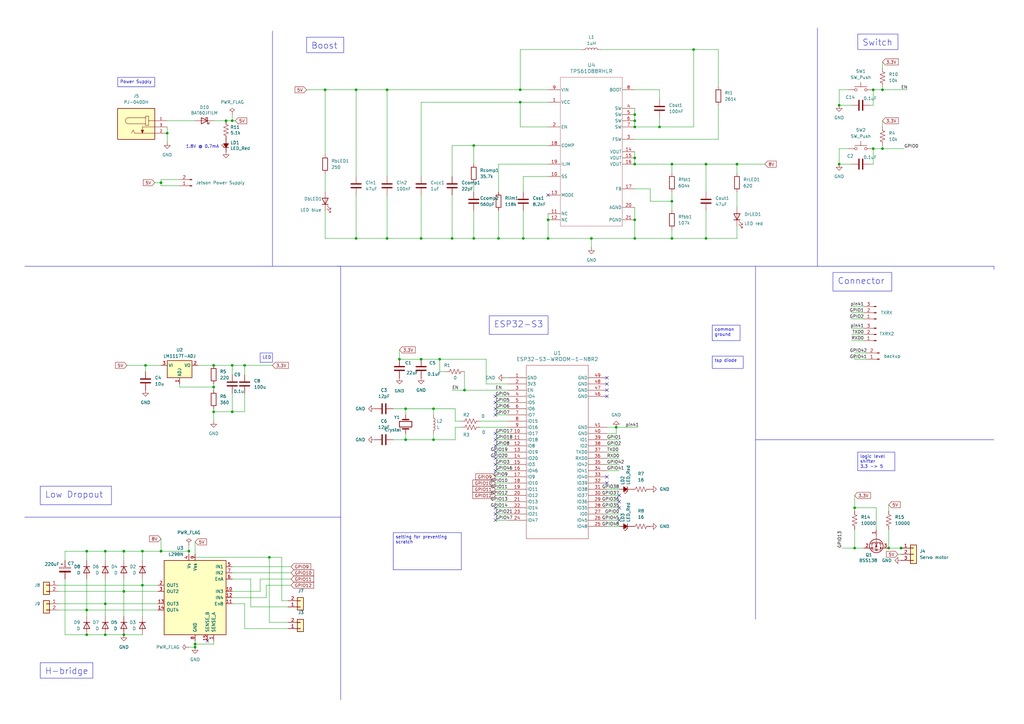
<source format=kicad_sch>
(kicad_sch (version 20231120) (generator "eeschema") (generator_version "8.0")
  (paper "A3")
  (title_block (title "ESP32_S3") (date "2024-09-17") (company "Senior Design - lane wizard"))
  (junction (at 252.73 175.26))
  (junction (at 344.17 43.18))
  (junction (at 344.17 67.31))
  (junction (at 87.63 168.91))
  (junction (at 177.8 180.34))
  (junction (at 43.18 260.35))
  (junction (at 166.37 167.64))
  (junction (at 224.79 90.17))
  (junction (at 224.79 97.79))
  (junction (at 275.59 67.31))
  (junction (at 163.83 147.32))
  (junction (at 260.35 90.17))
  (junction (at 87.63 149.86))
  (junction (at 180.34 147.32))
  (junction (at 66.04 74.93))
  (junction (at 95.25 149.86))
  (junction (at 260.35 64.77))
  (junction (at 194.31 97.79))
  (junction (at 350.52 208.28))
  (junction (at 289.56 97.79))
  (junction (at 358.14 36.83))
  (junction (at 133.35 36.83))
  (junction (at 146.05 97.79))
  (junction (at 158.75 97.79))
  (junction (at 275.59 97.79))
  (junction (at 177.8 167.64))
  (junction (at 68.58 54.61))
  (junction (at 361.95 36.83))
  (junction (at 289.56 67.31))
  (junction (at 260.35 49.53))
  (junction (at 214.63 97.79))
  (junction (at 270.51 52.07))
  (junction (at 194.31 59.69))
  (junction (at 58.42 240.03))
  (junction (at 242.57 97.79))
  (junction (at 92.71 49.53))
  (junction (at 146.05 36.83))
  (junction (at 59.69 149.86))
  (junction (at 158.75 36.83))
  (junction (at 58.42 226.06))
  (junction (at 77.47 226.06))
  (junction (at 275.59 82.55))
  (junction (at 358.14 60.96))
  (junction (at 95.25 168.91))
  (junction (at 35.56 250.19))
  (junction (at 50.8 226.06))
  (junction (at 100.33 149.86))
  (junction (at 80.01 265.43))
  (junction (at 364.49 224.79))
  (junction (at 260.35 46.99))
  (junction (at 213.36 41.91))
  (junction (at 172.72 97.79))
  (junction (at 35.56 226.06))
  (junction (at 190.5 160.02))
  (junction (at 166.37 180.34))
  (junction (at 66.04 226.06))
  (junction (at 302.26 67.31))
  (junction (at 350.52 224.79))
  (junction (at 260.35 97.79))
  (junction (at 260.35 52.07))
  (junction (at 260.35 67.31))
  (junction (at 361.95 60.96))
  (junction (at 204.47 97.79))
  (junction (at 50.8 260.35))
  (junction (at 185.42 97.79))
  (junction (at 213.36 36.83))
  (junction (at 110.49 228.6))
  (junction (at 369.57 224.79))
  (junction (at 43.18 226.06))
  (junction (at 95.25 49.53))
  (junction (at 80.01 264.16))
  (junction (at 35.56 260.35))
  (junction (at 87.63 158.75))
  (junction (at 284.48 20.32))
  (junction (at 50.8 242.57))
  (junction (at 172.72 147.32))
  (junction (at 43.18 247.65))
  (no_connect (at 85.09 262.89))
  (no_connect (at 203.2 187.96))
  (no_connect (at 248.92 195.58))
  (no_connect (at 248.92 157.48))
  (no_connect (at 203.2 210.82))
  (no_connect (at 254 205.74))
  (no_connect (at 203.2 208.28))
  (no_connect (at 203.2 190.5))
  (no_connect (at 248.92 160.02))
  (no_connect (at 254 208.28))
  (no_connect (at 248.92 198.12))
  (no_connect (at 203.2 185.42))
  (no_connect (at 203.2 162.56))
  (no_connect (at 248.92 162.56))
  (no_connect (at 248.92 154.94))
  (no_connect (at 254 213.36))
  (no_connect (at 203.2 167.64))
  (no_connect (at 203.2 182.88))
  (no_connect (at 203.2 193.04))
  (no_connect (at 203.2 165.1))
  (no_connect (at 203.2 177.8))
  (no_connect (at 254 203.2))
  (no_connect (at 203.2 180.34))
  (no_connect (at 224.79 80.01))
  (no_connect (at 203.2 213.36))
  (no_connect (at 203.2 170.18))
  (wire (pts (xy 266.7 77.47) (xy 266.7 82.55)))
  (wire (pts (xy 186.69 172.72) (xy 189.23 172.72)))
  (wire (pts (xy 302.26 97.79) (xy 289.56 97.79)))
  (wire (pts (xy 119.38 232.41) (xy 95.25 232.41)))
  (wire (pts (xy 87.63 262.89) (xy 87.63 264.16)))
  (wire (pts (xy 224.79 72.39) (xy 214.63 72.39)))
  (wire (pts (xy 172.72 97.79) (xy 185.42 97.79)))
  (wire (pts (xy 358.14 36.83) (xy 361.95 36.83)))
  (wire (pts (xy 266.7 82.55) (xy 275.59 82.55)))
  (wire (pts (xy 254 182.88) (xy 248.92 182.88)))
  (wire (pts (xy 119.38 237.49) (xy 106.68 237.49)))
  (polyline (pts (xy 10.16 109.22) (xy 139.7 109.22)))
  (wire (pts (xy 68.58 54.61) (xy 68.58 58.42)))
  (wire (pts (xy 248.92 187.96) (xy 254 187.96)))
  (wire (pts (xy 161.29 180.34) (xy 166.37 180.34)))
  (wire (pts (xy 58.42 237.49) (xy 58.42 240.03)))
  (wire (pts (xy 199.39 147.32) (xy 199.39 157.48)))
  (wire (pts (xy 204.47 67.31) (xy 204.47 78.74)))
  (wire (pts (xy 133.35 71.12) (xy 133.35 78.74)))
  (wire (pts (xy 213.36 41.91) (xy 172.72 41.91)))
  (wire (pts (xy 204.47 97.79) (xy 214.63 97.79)))
  (wire (pts (xy 43.18 247.65) (xy 43.18 252.73)))
  (wire (pts (xy 146.05 72.39) (xy 146.05 36.83)))
  (wire (pts (xy 203.2 170.18) (xy 208.28 170.18)))
  (wire (pts (xy 194.31 74.93) (xy 194.31 78.74)))
  (wire (pts (xy 350.52 147.32) (xy 355.6 147.32)))
  (wire (pts (xy 344.17 36.83) (xy 344.17 43.18)))
  (polyline (pts (xy 138.43 109.22) (xy 309.88 109.22)))
  (wire (pts (xy 110.49 228.6) (xy 115.57 228.6)))
  (wire (pts (xy 345.44 224.79) (xy 350.52 224.79)))
  (wire (pts (xy 344.17 60.96) (xy 344.17 67.31)))
  (wire (pts (xy 238.76 20.32) (xy 213.36 20.32)))
  (wire (pts (xy 260.35 49.53) (xy 260.35 52.07)))
  (wire (pts (xy 260.35 64.77) (xy 260.35 67.31)))
  (wire (pts (xy 354.33 224.79) (xy 350.52 224.79)))
  (wire (pts (xy 203.2 198.12) (xy 208.28 198.12)))
  (wire (pts (xy 270.51 52.07) (xy 260.35 52.07)))
  (wire (pts (xy 133.35 63.5) (xy 133.35 36.83)))
  (wire (pts (xy 87.63 158.75) (xy 87.63 160.02)))
  (wire (pts (xy 158.75 97.79) (xy 172.72 97.79)))
  (wire (pts (xy 349.25 137.16) (xy 354.33 137.16)))
  (wire (pts (xy 80.01 264.16) (xy 80.01 262.89)))
  (wire (pts (xy 109.22 245.11) (xy 95.25 245.11)))
  (wire (pts (xy 347.98 36.83) (xy 344.17 36.83)))
  (wire (pts (xy 172.72 80.01) (xy 172.72 97.79)))
  (wire (pts (xy 203.2 195.58) (xy 208.28 195.58)))
  (wire (pts (xy 289.56 86.36) (xy 289.56 97.79)))
  (wire (pts (xy 115.57 228.6) (xy 115.57 246.38)))
  (wire (pts (xy 119.38 240.03) (xy 109.22 240.03)))
  (wire (pts (xy 110.49 228.6) (xy 110.49 255.27)))
  (wire (pts (xy 100.33 247.65) (xy 95.25 247.65)))
  (wire (pts (xy 224.79 67.31) (xy 204.47 67.31)))
  (wire (pts (xy 77.47 265.43) (xy 80.01 265.43)))
  (wire (pts (xy 95.25 49.53) (xy 92.71 49.53)))
  (wire (pts (xy 275.59 71.12) (xy 275.59 67.31)))
  (wire (pts (xy 248.92 190.5) (xy 254 190.5)))
  (wire (pts (xy 58.42 260.35) (xy 50.8 260.35)))
  (wire (pts (xy 64.77 247.65) (xy 43.18 247.65)))
  (wire (pts (xy 35.56 260.35) (xy 26.67 260.35)))
  (wire (pts (xy 50.8 242.57) (xy 24.13 242.57)))
  (wire (pts (xy 275.59 82.55) (xy 275.59 86.36)))
  (polyline (pts (xy 309.88 109.22) (xy 407.67 109.22)))
  (wire (pts (xy 203.2 182.88) (xy 208.28 182.88)))
  (wire (pts (xy 50.8 237.49) (xy 50.8 242.57)))
  (wire (pts (xy 43.18 229.87) (xy 43.18 226.06)))
  (wire (pts (xy 358.14 60.96) (xy 358.14 67.31)))
  (wire (pts (xy 58.42 240.03) (xy 24.13 240.03)))
  (wire (pts (xy 214.63 97.79) (xy 224.79 97.79)))
  (wire (pts (xy 260.35 62.23) (xy 260.35 64.77)))
  (wire (pts (xy 214.63 72.39) (xy 214.63 78.74)))
  (wire (pts (xy 349.25 130.81) (xy 354.33 130.81)))
  (wire (pts (xy 294.64 20.32) (xy 284.48 20.32)))
  (wire (pts (xy 369.57 224.79) (xy 364.49 224.79)))
  (wire (pts (xy 100.33 149.86) (xy 100.33 153.67)))
  (wire (pts (xy 260.35 77.47) (xy 266.7 77.47)))
  (wire (pts (xy 224.79 90.17) (xy 224.79 97.79)))
  (wire (pts (xy 163.83 147.32) (xy 172.72 147.32)))
  (polyline (pts (xy 407.67 109.22) (xy 407.67 110.49)))
  (wire (pts (xy 177.8 180.34) (xy 177.8 177.8)))
  (wire (pts (xy 52.07 149.86) (xy 59.69 149.86)))
  (wire (pts (xy 118.11 257.81) (xy 100.33 257.81)))
  (wire (pts (xy 106.68 242.57) (xy 95.25 242.57)))
  (wire (pts (xy 260.35 85.09) (xy 260.35 90.17)))
  (wire (pts (xy 58.42 229.87) (xy 58.42 226.06)))
  (wire (pts (xy 186.69 167.64) (xy 177.8 167.64)))
  (wire (pts (xy 252.73 175.26) (xy 248.92 175.26)))
  (wire (pts (xy 359.41 217.17) (xy 359.41 208.28)))
  (wire (pts (xy 368.3 227.33) (xy 369.57 227.33)))
  (wire (pts (xy 248.92 193.04) (xy 254 193.04)))
  (wire (pts (xy 349.25 134.62) (xy 354.33 134.62)))
  (wire (pts (xy 186.69 175.26) (xy 186.69 180.34)))
  (wire (pts (xy 166.37 180.34) (xy 166.37 177.8)))
  (wire (pts (xy 224.79 59.69) (xy 194.31 59.69)))
  (wire (pts (xy 35.56 226.06) (xy 26.67 226.06)))
  (wire (pts (xy 361.95 25.4) (xy 361.95 27.94)))
  (wire (pts (xy 350.52 144.78) (xy 355.6 144.78)))
  (wire (pts (xy 361.95 59.69) (xy 361.95 60.96)))
  (wire (pts (xy 163.83 143.51) (xy 163.83 147.32)))
  (wire (pts (xy 224.79 36.83) (xy 213.36 36.83)))
  (wire (pts (xy 275.59 78.74) (xy 275.59 82.55)))
  (wire (pts (xy 204.47 86.36) (xy 204.47 97.79)))
  (wire (pts (xy 166.37 167.64) (xy 166.37 170.18)))
  (wire (pts (xy 260.35 36.83) (xy 270.51 36.83)))
  (wire (pts (xy 361.95 35.56) (xy 361.95 36.83)))
  (wire (pts (xy 50.8 229.87) (xy 50.8 226.06)))
  (wire (pts (xy 66.04 226.06) (xy 77.47 226.06)))
  (wire (pts (xy 110.49 255.27) (xy 118.11 255.27)))
  (wire (pts (xy 252.73 175.26) (xy 261.62 175.26)))
  (wire (pts (xy 254 208.28) (xy 248.92 208.28)))
  (wire (pts (xy 289.56 78.74) (xy 289.56 67.31)))
  (wire (pts (xy 87.63 167.64) (xy 87.63 168.91)))
  (wire (pts (xy 95.25 161.29) (xy 95.25 168.91)))
  (wire (pts (xy 203.2 180.34) (xy 208.28 180.34)))
  (wire (pts (xy 43.18 247.65) (xy 24.13 247.65)))
  (wire (pts (xy 100.33 161.29) (xy 100.33 168.91)))
  (wire (pts (xy 199.39 157.48) (xy 208.28 157.48)))
  (wire (pts (xy 224.79 87.63) (xy 224.79 90.17)))
  (wire (pts (xy 58.42 226.06) (xy 50.8 226.06)))
  (wire (pts (xy 224.79 97.79) (xy 242.57 97.79)))
  (wire (pts (xy 254 213.36) (xy 248.92 213.36)))
  (wire (pts (xy 106.68 237.49) (xy 106.68 242.57)))
  (polyline (pts (xy 309.88 109.22) (xy 309.88 254)))
  (wire (pts (xy 63.5 74.93) (xy 66.04 74.93)))
  (wire (pts (xy 254 215.9) (xy 248.92 215.9)))
  (wire (pts (xy 203.2 203.2) (xy 208.28 203.2)))
  (wire (pts (xy 252.73 177.8) (xy 252.73 175.26)))
  (wire (pts (xy 294.64 57.15) (xy 294.64 43.18)))
  (wire (pts (xy 95.25 168.91) (xy 87.63 168.91)))
  (wire (pts (xy 172.72 41.91) (xy 172.72 72.39)))
  (wire (pts (xy 87.63 157.48) (xy 87.63 158.75)))
  (wire (pts (xy 207.01 154.94) (xy 208.28 154.94)))
  (wire (pts (xy 349.25 139.7) (xy 354.33 139.7)))
  (wire (pts (xy 59.69 149.86) (xy 66.04 149.86)))
  (wire (pts (xy 95.25 46.99) (xy 95.25 49.53)))
  (wire (pts (xy 185.42 160.02) (xy 190.5 160.02)))
  (wire (pts (xy 77.47 223.52) (xy 77.47 226.06)))
  (wire (pts (xy 350.52 147.32) (xy 350.52 146.05)))
  (wire (pts (xy 102.87 237.49) (xy 95.25 237.49)))
  (wire (pts (xy 185.42 80.01) (xy 185.42 97.79)))
  (wire (pts (xy 77.47 226.06) (xy 77.47 227.33)))
  (wire (pts (xy 208.28 160.02) (xy 190.5 160.02)))
  (wire (pts (xy 203.2 177.8) (xy 208.28 177.8)))
  (wire (pts (xy 260.35 57.15) (xy 294.64 57.15)))
  (wire (pts (xy 260.35 46.99) (xy 260.35 49.53)))
  (wire (pts (xy 294.64 35.56) (xy 294.64 20.32)))
  (wire (pts (xy 59.69 149.86) (xy 59.69 152.4)))
  (wire (pts (xy 344.17 43.18) (xy 349.25 43.18)))
  (wire (pts (xy 100.33 168.91) (xy 95.25 168.91)))
  (wire (pts (xy 186.69 180.34) (xy 177.8 180.34)))
  (wire (pts (xy 26.67 237.49) (xy 26.67 260.35)))
  (polyline (pts (xy 139.7 109.22) (xy 139.7 212.09)))
  (wire (pts (xy 349.25 128.27) (xy 354.33 128.27)))
  (wire (pts (xy 302.26 92.71) (xy 302.26 97.79)))
  (wire (pts (xy 246.38 20.32) (xy 284.48 20.32)))
  (wire (pts (xy 203.2 165.1) (xy 208.28 165.1)))
  (wire (pts (xy 289.56 67.31) (xy 275.59 67.31)))
  (wire (pts (xy 350.52 208.28) (xy 350.52 209.55)))
  (wire (pts (xy 213.36 20.32) (xy 213.36 36.83)))
  (wire (pts (xy 100.33 257.81) (xy 100.33 247.65)))
  (wire (pts (xy 203.2 205.74) (xy 208.28 205.74)))
  (wire (pts (xy 87.63 264.16) (xy 80.01 264.16)))
  (wire (pts (xy 180.34 152.4) (xy 180.34 147.32)))
  (wire (pts (xy 248.92 180.34) (xy 254 180.34)))
  (wire (pts (xy 349.25 125.73) (xy 354.33 125.73)))
  (wire (pts (xy 254 205.74) (xy 248.92 205.74)))
  (wire (pts (xy 203.2 213.36) (xy 208.28 213.36)))
  (wire (pts (xy 50.8 242.57) (xy 50.8 252.73)))
  (wire (pts (xy 185.42 72.39) (xy 185.42 59.69)))
  (wire (pts (xy 254 210.82) (xy 248.92 210.82)))
  (wire (pts (xy 186.69 172.72) (xy 186.69 167.64)))
  (wire (pts (xy 177.8 167.64) (xy 177.8 170.18)))
  (wire (pts (xy 102.87 248.92) (xy 118.11 248.92)))
  (wire (pts (xy 26.67 226.06) (xy 26.67 229.87)))
  (wire (pts (xy 43.18 237.49) (xy 43.18 247.65)))
  (wire (pts (xy 58.42 240.03) (xy 58.42 252.73)))
  (wire (pts (xy 133.35 97.79) (xy 146.05 97.79)))
  (wire (pts (xy 158.75 80.01) (xy 158.75 97.79)))
  (wire (pts (xy 50.8 260.35) (xy 43.18 260.35)))
  (wire (pts (xy 100.33 149.86) (xy 111.76 149.86)))
  (wire (pts (xy 260.35 97.79) (xy 242.57 97.79)))
  (wire (pts (xy 87.63 49.53) (xy 92.71 49.53)))
  (wire (pts (xy 213.36 36.83) (xy 158.75 36.83)))
  (wire (pts (xy 87.63 149.86) (xy 95.25 149.86)))
  (wire (pts (xy 73.66 158.75) (xy 87.63 158.75)))
  (wire (pts (xy 194.31 86.36) (xy 194.31 97.79)))
  (wire (pts (xy 254 200.66) (xy 248.92 200.66)))
  (wire (pts (xy 66.04 220.98) (xy 66.04 226.06)))
  (wire (pts (xy 185.42 59.69) (xy 194.31 59.69)))
  (wire (pts (xy 161.29 167.64) (xy 166.37 167.64)))
  (wire (pts (xy 361.95 60.96) (xy 370.84 60.96)))
  (wire (pts (xy 58.42 226.06) (xy 66.04 226.06)))
  (polyline (pts (xy 335.28 11.43) (xy 335.28 109.22)))
  (wire (pts (xy 203.2 208.28) (xy 208.28 208.28)))
  (wire (pts (xy 242.57 97.79) (xy 242.57 101.6)))
  (wire (pts (xy 87.63 168.91) (xy 87.63 172.72)))
  (wire (pts (xy 302.26 67.31) (xy 313.69 67.31)))
  (wire (pts (xy 35.56 250.19) (xy 24.13 250.19)))
  (wire (pts (xy 260.35 44.45) (xy 260.35 46.99)))
  (wire (pts (xy 350.52 224.79) (xy 350.52 217.17)))
  (wire (pts (xy 68.58 52.07) (xy 68.58 54.61)))
  (wire (pts (xy 203.2 200.66) (xy 208.28 200.66)))
  (wire (pts (xy 254 203.2) (xy 248.92 203.2)))
  (wire (pts (xy 64.77 250.19) (xy 35.56 250.19)))
  (wire (pts (xy 275.59 93.98) (xy 275.59 97.79)))
  (wire (pts (xy 43.18 226.06) (xy 35.56 226.06)))
  (wire (pts (xy 194.31 97.79) (xy 204.47 97.79)))
  (wire (pts (xy 203.2 193.04) (xy 208.28 193.04)))
  (wire (pts (xy 35.56 237.49) (xy 35.56 250.19)))
  (wire (pts (xy 186.69 175.26) (xy 189.23 175.26)))
  (wire (pts (xy 43.18 260.35) (xy 35.56 260.35)))
  (wire (pts (xy 81.28 149.86) (xy 87.63 149.86)))
  (wire (pts (xy 364.49 217.17) (xy 364.49 224.79)))
  (wire (pts (xy 214.63 86.36) (xy 214.63 97.79)))
  (wire (pts (xy 80.01 49.53) (xy 68.58 49.53)))
  (wire (pts (xy 302.26 71.12) (xy 302.26 67.31)))
  (wire (pts (xy 196.85 175.26) (xy 208.28 175.26)))
  (wire (pts (xy 64.77 240.03) (xy 58.42 240.03)))
  (polyline (pts (xy 111.76 12.7) (xy 111.76 109.22)))
  (wire (pts (xy 213.36 41.91) (xy 213.36 52.07)))
  (wire (pts (xy 180.34 147.32) (xy 199.39 147.32)))
  (wire (pts (xy 96.52 49.53) (xy 95.25 49.53)))
  (wire (pts (xy 125.73 36.83) (xy 133.35 36.83)))
  (wire (pts (xy 358.14 67.31) (xy 356.87 67.31)))
  (wire (pts (xy 361.95 60.96) (xy 358.14 60.96)))
  (wire (pts (xy 359.41 208.28) (xy 350.52 208.28)))
  (wire (pts (xy 102.87 237.49) (xy 102.87 248.92)))
  (wire (pts (xy 146.05 80.01) (xy 146.05 97.79)))
  (wire (pts (xy 80.01 228.6) (xy 110.49 228.6)))
  (wire (pts (xy 203.2 185.42) (xy 208.28 185.42)))
  (wire (pts (xy 289.56 97.79) (xy 275.59 97.79)))
  (wire (pts (xy 361.95 36.83) (xy 372.11 36.83)))
  (wire (pts (xy 146.05 97.79) (xy 158.75 97.79)))
  (wire (pts (xy 203.2 162.56) (xy 208.28 162.56)))
  (wire (pts (xy 358.14 43.18) (xy 356.87 43.18)))
  (wire (pts (xy 95.25 149.86) (xy 100.33 149.86)))
  (wire (pts (xy 133.35 86.36) (xy 133.35 97.79)))
  (wire (pts (xy 146.05 36.83) (xy 158.75 36.83)))
  (wire (pts (xy 361.95 49.53) (xy 361.95 52.07)))
  (wire (pts (xy 119.38 234.95) (xy 95.25 234.95)))
  (wire (pts (xy 275.59 97.79) (xy 260.35 97.79)))
  (wire (pts (xy 109.22 240.03) (xy 109.22 245.11)))
  (polyline (pts (xy 139.7 212.09) (xy 139.7 287.02)))
  (wire (pts (xy 35.56 229.87) (xy 35.56 226.06)))
  (wire (pts (xy 350.52 203.2) (xy 350.52 208.28)))
  (wire (pts (xy 73.66 157.48) (xy 73.66 158.75)))
  (wire (pts (xy 284.48 20.32) (xy 284.48 52.07)))
  (wire (pts (xy 80.01 265.43) (xy 80.01 264.16)))
  (wire (pts (xy 203.2 167.64) (xy 208.28 167.64)))
  (wire (pts (xy 248.92 185.42) (xy 254 185.42)))
  (wire (pts (xy 358.14 36.83) (xy 358.14 43.18)))
  (wire (pts (xy 344.17 67.31) (xy 349.25 67.31)))
  (wire (pts (xy 66.04 76.2) (xy 66.04 74.93)))
  (wire (pts (xy 224.79 52.07) (xy 213.36 52.07)))
  (wire (pts (xy 66.04 76.2) (xy 73.66 76.2)))
  (wire (pts (xy 182.88 152.4) (xy 180.34 152.4)))
  (wire (pts (xy 284.48 52.07) (xy 270.51 52.07)))
  (wire (pts (xy 66.04 74.93) (xy 66.04 73.66)))
  (wire (pts (xy 203.2 187.96) (xy 208.28 187.96)))
  (wire (pts (xy 270.51 36.83) (xy 270.51 40.64)))
  (wire (pts (xy 95.25 149.86) (xy 95.25 153.67)))
  (wire (pts (xy 370.84 224.79) (xy 369.57 224.79)))
  (wire (pts (xy 364.49 207.01) (xy 364.49 209.55)))
  (wire (pts (xy 347.98 60.96) (xy 344.17 60.96)))
  (wire (pts (xy 248.92 177.8) (xy 252.73 177.8)))
  (wire (pts (xy 185.42 97.79) (xy 194.31 97.79)))
  (wire (pts (xy 64.77 242.57) (xy 50.8 242.57)))
  (wire (pts (xy 196.85 172.72) (xy 208.28 172.72)))
  (polyline (pts (xy 309.88 180.34) (xy 407.67 180.34)))
  (wire (pts (xy 289.56 67.31) (xy 302.26 67.31)))
  (wire (pts (xy 203.2 190.5) (xy 208.28 190.5)))
  (wire (pts (xy 115.57 246.38) (xy 118.11 246.38)))
  (wire (pts (xy 35.56 250.19) (xy 35.56 252.73)))
  (wire (pts (xy 260.35 90.17) (xy 260.35 97.79)))
  (wire (pts (xy 302.26 78.74) (xy 302.26 85.09)))
  (wire (pts (xy 50.8 226.06) (xy 43.18 226.06)))
  (wire (pts (xy 66.04 73.66) (xy 73.66 73.66)))
  (wire (pts (xy 133.35 36.83) (xy 146.05 36.83)))
  (wire (pts (xy 80.01 222.25) (xy 80.01 227.33)))
  (wire (pts (xy 166.37 180.34) (xy 177.8 180.34)))
  (wire (pts (xy 166.37 167.64) (xy 177.8 167.64)))
  (wire (pts (xy 172.72 147.32) (xy 180.34 147.32)))
  (wire (pts (xy 275.59 67.31) (xy 260.35 67.31)))
  (wire (pts (xy 203.2 210.82) (xy 208.28 210.82)))
  (wire (pts (xy 224.79 41.91) (xy 213.36 41.91)))
  (wire (pts (xy 270.51 48.26) (xy 270.51 52.07)))
  (wire (pts (xy 158.75 36.83) (xy 158.75 72.39)))
  (wire (pts (xy 190.5 160.02) (xy 190.5 152.4)))
  (wire (pts (xy 194.31 59.69) (xy 194.31 67.31)))
  (polyline (pts (xy 10.16 212.09) (xy 139.7 212.09)))
  (text_box "Low Dropout\n" (at 16.51 199.39 0) (size 29.21 7.62) (effects (font (size 2.54 2.54)) (justify left top)))
  (text_box "Boost\n" (at 125.73 15.24 0) (size 15.24 6.35) (effects (font (size 2.54 2.54)) (justify left top)))
  (text_box "H-bridge\n" (at 16.51 271.78 0) (size 21.59 6.35) (effects (font (size 2.54 2.54)) (justify left top)))
  (text_box "logic level shifter\n3.3 -> 5\n" (at 351.79 185.42 0) (size 15.24 7.62) (effects (font (size 1.27 1.27)) (justify left top)))
  (text_box "Power Supply" (at 48.26 31.75 0) (size 15.24 3.81) (effects (font (size 1.27 1.27)) (justify left top)))
  (text_box "Connector\n" (at 341.63 111.76 0) (size 24.13 7.62) (effects (font (size 2.54 2.54)) (justify left top)))
  (text_box "tsp diode" (at 292.1 146.05 0) (size 12.7 5.08) (effects (font (size 1.27 1.27)) (justify left top)))
  (text_box "setting for preventing scratch" (at 161.29 218.44 0) (size 27.94 15.24) (effects (font (size 1.27 1.27)) (justify left top)))
  (text_box "common ground\n" (at 292.1 133.35 0) (size 11.43 6.35) (effects (font (size 1.27 1.27)) (justify left top)))
  (text_box "Switch" (at 351.79 13.97 0) (size 16.51 6.35) (effects (font (size 2.54 2.54)) (justify left top)))
  (text_box "LED \n" (at 106.68 144.78 0) (size 5.08 3.81) (effects (font (size 1.27 1.27)) (justify left top)))
  (text_box "ESP32-S3\n" (at 200.66 129.54 0) (size 24.13 7.62) (effects (font (size 2.54 2.54)) (justify left top)))
  (text "1.8V @ 0.7mA" (at 76.2 60.96 0) (effects (font (size 1.27 1.27)) (justify left bottom)))
  (label "GPIO48" (at 254 215.9 180))
  (label "GPIO38" (at 254 200.66 180))
  (label "GPIO9" (at 208.28 195.58 180))
  (label "GPIO14" (at 208.28 208.28 180))
  (label "GPIO42" (at 355.6 144.78 180))
  (label "GPIO41" (at 355.6 147.32 180))
  (label "GPIO13" (at 208.28 205.74 180))
  (label "GPIO12" (at 208.28 203.2 180))
  (label "pin41" (at 256.54 175.26 0))
  (label "GPIO20" (at 208.28 187.96 180))
  (label "GPIO21" (at 203.2 210.82 0))
  (label "EN" (at 369.57 36.83 0))
  (label "RXD0" (at 248.92 187.96 0))
  (label "GPIO47" (at 203.2 213.36 0))
  (label "GPIO1" (at 354.33 128.27 180))
  (label "GPIO3" (at 203.2 190.5 0))
  (label "GPIO2" (at 248.92 182.88 0))
  (label "GPIO7" (at 203.2 170.18 0))
  (label "GPIO11" (at 208.28 200.66 180))
  (label "TXD0" (at 354.33 137.16 180))
  (label "GPIO36" (at 254 205.74 180))
  (label "GPIO8" (at 203.2 182.88 0))
  (label "EN" (at 185.42 160.02 0))
  (label "RXD0" (at 354.33 139.7 180))
  (label "GPIO0" (at 370.84 60.96 0))
  (label "TXD0" (at 248.92 185.42 0))
  (label "GPIO10" (at 208.28 198.12 180))
  (label "GPIO42" (at 248.92 190.5 0))
  (label "GPIO1" (at 248.92 180.34 0))
  (label "GPIO45" (at 254 213.36 180))
  (label "GPIO46" (at 203.2 193.04 0))
  (label "pin41" (at 354.33 125.73 180))
  (label "GPIO2" (at 354.33 130.81 180))
  (label "GPIO35" (at 254 208.28 180))
  (label "GPIO37" (at 254 203.2 180))
  (label "GPIO5" (at 203.2 165.1 0))
  (label "GPIO17" (at 203.2 177.8 0))
  (label "GPIO41" (at 248.92 193.04 0))
  (label "GPIO4" (at 203.2 162.56 0))
  (label "GPIO18" (at 203.2 180.34 0))
  (label "EN" (at 203.2 160.02 0))
  (label "GPIO6" (at 203.2 167.64 0))
  (label "GPIO19" (at 208.28 185.42 180))
  (label "GPIO13" (at 345.44 224.79 90))
  (label "pin41" (at 354.33 134.62 180))
  (label "GPIO0" (at 254 210.82 180))
  (global_label "5V" (shape input) (at 63.5 74.93 180) (property "Intersheetrefs" "${INTERSHEET_REFS}" (effects (hide yes))))
  (global_label "GPIO12" (shape input) (at 203.2 203.2 180) (property "Intersheetrefs" "${INTERSHEET_REFS}" (effects (hide yes))))
  (global_label "GPIO11" (shape input) (at 203.2 200.66 180) (property "Intersheetrefs" "${INTERSHEET_REFS}" (effects (hide yes))))
  (global_label "GPIO9" (shape input) (at 119.38 232.41 0) (property "Intersheetrefs" "${INTERSHEET_REFS}" (effects (hide yes))))
  (global_label "8V" (shape input) (at 313.69 67.31 0) (property "Intersheetrefs" "${INTERSHEET_REFS}" (effects (hide yes))))
  (global_label "8V" (shape input) (at 66.04 220.98 180) (property "Intersheetrefs" "${INTERSHEET_REFS}" (effects (hide yes))))
  (global_label "5V" (shape input) (at 368.3 227.33 180) (property "Intersheetrefs" "${INTERSHEET_REFS}" (effects (hide yes))))
  (global_label "GPIO9" (shape input) (at 203.2 195.58 180) (property "Intersheetrefs" "${INTERSHEET_REFS}" (effects (hide yes))))
  (global_label "5V" (shape input) (at 80.01 222.25 0) (property "Intersheetrefs" "${INTERSHEET_REFS}" (effects (hide yes))))
  (global_label "5V" (shape input) (at 96.52 49.53 0) (property "Intersheetrefs" "${INTERSHEET_REFS}" (effects (hide yes))))
  (global_label "3.3V" (shape input) (at 361.95 49.53 0) (property "Intersheetrefs" "${INTERSHEET_REFS}" (effects (hide yes))))
  (global_label "5V" (shape input) (at 364.49 207.01 0) (property "Intersheetrefs" "${INTERSHEET_REFS}" (effects (hide yes))))
  (global_label "3.3V" (shape input) (at 361.95 25.4 0) (property "Intersheetrefs" "${INTERSHEET_REFS}" (effects (hide yes))))
  (global_label "GPIO10" (shape input) (at 203.2 198.12 180) (property "Intersheetrefs" "${INTERSHEET_REFS}" (effects (hide yes))))
  (global_label "5V" (shape input) (at 125.73 36.83 180) (property "Intersheetrefs" "${INTERSHEET_REFS}" (effects (hide yes))))
  (global_label "3.3V" (shape input) (at 111.76 149.86 0) (property "Intersheetrefs" "${INTERSHEET_REFS}" (effects (hide yes))))
  (global_label "GPIO12" (shape input) (at 119.38 240.03 0) (property "Intersheetrefs" "${INTERSHEET_REFS}" (effects (hide yes))))
  (global_label "GPIO10" (shape input) (at 119.38 234.95 0) (property "Intersheetrefs" "${INTERSHEET_REFS}" (effects (hide yes))))
  (global_label "3.3V" (shape input) (at 163.83 143.51 0) (property "Intersheetrefs" "${INTERSHEET_REFS}" (effects (hide yes))))
  (global_label "GPIO11" (shape input) (at 119.38 237.49 0) (property "Intersheetrefs" "${INTERSHEET_REFS}" (effects (hide yes))))
  (global_label "3.3V" (shape input) (at 350.52 203.2 0) (property "Intersheetrefs" "${INTERSHEET_REFS}" (effects (hide yes))))
  (global_label "5V" (shape input) (at 52.07 149.86 180) (property "Intersheetrefs" "${INTERSHEET_REFS}" (effects (hide yes))))
  (symbol (lib_id "Device:C") (at 172.72 76.2 0) (unit 1)
    (property "Reference" "Cvcc1" (at 176.53 74.9299 0) (effects (justify left)))
    (property "Value" "1uF" (at 176.53 77.4699 0) (effects (justify left)))
    (property "Footprint" "EMK212B7105KG_T:cap_EMK212B7105KG-T_TAY" (effects (hide yes)))
    (property "Datasheet" "https://ds.yuden.co.jp/TYCOMPAS/ut/detail?pn=EMK212B7105KG-T%20%20&u=M" (effects (hide yes)))
    (property "Description" "Unpolarized capacitor" (effects (hide yes)))
  )
  (symbol (lib_id "Connector_Generic:Conn_01x03") (at 374.65 227.33 0) (unit 1)
    (property "Reference" "J4" (at 377.19 226.0599 0) (effects (justify left)))
    (property "Value" "Servo motor" (at 377.19 228.5999 0) (effects (justify left)))
    (property "Footprint" "61300311121:61300311121" (effects (hide yes)))
    (property "Description" "Generic connector, single row, 01x03, script generated (kicad-library-utils/schlib/autogen/connector/)" (effects (hide yes)))
  )
  (symbol (lib_id "Device:R") (at 294.64 39.37 0) (unit 1)
    (property "Reference" "Rt1" (at 297.18 38.0999 0) (effects (justify left)))
    (property "Value" "261k" (at 297.18 40.6399 0) (effects (justify left)))
    (property "Footprint" "CRCW0805261KFKEA:RESC2012X50N" (effects (hide yes)))
    (property "Datasheet" "https://www.vishay.com/docs/20035/dcrcwe3.pdf" (effects (hide yes)))
    (property "Description" "Resistor" (effects (hide yes)))
  )
  (symbol (lib_id "Connector_Generic:Conn_01x02") (at 19.05 247.65 0) (mirror y) (unit 1)
    (property "Reference" "J9" (at 16.51 247.6499 0) (effects (justify left)))
    (property "Value" "Conn_01x02" (effects (hide yes)))
    (property "Footprint" "01x02connector:CONN_61300211121_WRE" (effects (hide yes)))
    (property "Description" "Generic connector, single row, 01x02, script generated (kicad-library-utils/schlib/autogen/connector/)" (effects (hide yes)))
  )
  (symbol (lib_id "Driver_Motor:L298N") (at 80.01 245.11 0) (mirror y) (unit 1)
    (property "Reference" "U3" (at 75.2759 224.79 0) (effects (justify left)))
    (property "Value" "L298N" (at 75.2759 227.33 0) (effects (justify left)))
    (property "Footprint" "Package_TO_SOT_THT:TO-220-15_P2.54x2.54mm_StaggerOdd_Lead4.58mm_Vertical" (effects (hide yes)))
    (property "Datasheet" "http://www.st.com/st-web-ui/static/active/en/resource/technical/document/datasheet/CD00000240.pdf" (effects (hide yes)))
    (property "Description" "Dual full bridge motor driver, up to 46V, 4A, Multiwatt15-V" (effects (hide yes)))
  )
  (symbol (lib_id "Device:R") (at 194.31 71.12 0) (unit 1)
    (property "Reference" "Rcomp1" (at 196.85 69.8499 0) (effects (justify left)))
    (property "Value" "35.7k" (at 196.85 72.3899 0) (effects (justify left)))
    (property "Footprint" "CRCW080535K7FKEA:RESC2012X50N" (effects (hide yes)))
    (property "Datasheet" "https://www.vishay.com/docs/20035/dcrcwe3.pdf" (effects (hide yes)))
    (property "Description" "Resistor" (effects (hide yes)))
  )
  (symbol (lib_id "Device:C") (at 157.48 180.34 90) (unit 1)
    (property "Reference" "C6" (at 157.48 172.72 90))
    (property "Value" "12pF" (at 157.48 175.26 90))
    (property "Footprint" "CC1206JKNPODBN120:CAP_CC1206_YAG" (effects (hide yes)))
    (property "Description" "Unpolarized capacitor" (effects (hide yes)))
  )
  (symbol (lib_id "Device:C") (at 185.42 76.2 0) (unit 1)
    (property "Reference" "Ccomp1" (at 189.23 74.9299 0) (effects (justify left)))
    (property "Value" "22pF" (at 189.23 77.4699 0) (effects (justify left)))
    (property "Footprint" "C0805C220K3GACTU:CAPC220145_90N_KEM" (effects (hide yes)))
    (property "Datasheet" "https://content.kemet.com/datasheets/KEM_C1003_C0G_SMD.pdf" (effects (hide yes)))
    (property "Description" "Unpolarized capacitor" (effects (hide yes)))
  )
  (symbol (lib_id "stm32f091-rescue:LED_Small_ALT-Device") (at 256.54 200.66 180) (unit 1)
    (property "Reference" "LD2" (at 255.3716 198.882 90) (effects (justify right)))
    (property "Value" "LED_Red" (at 257.683 198.882 90) (effects (justify right)))
    (property "Footprint" "LED_SMD:LED_0805_2012Metric" (effects (hide yes)))
  )
  (symbol (lib_id "power:GND") (at 163.83 154.94 0) (unit 1)
    (property "Reference" "#PWR04" (effects (hide yes)))
    (property "Value" "GND" (at 163.83 160.322 0))
    (property "Description" "Power symbol creates a global label with name \"GND\" , ground" (effects (hide yes)))
  )
  (symbol (lib_id "Device:C") (at 100.33 157.48 0) (unit 1)
    (property "Reference" "C8" (at 104.14 156.2099 0) (effects (justify left)))
    (property "Value" "100u" (at 104.14 158.7499 0) (effects (justify left)))
    (property "Footprint" "GRM21BR60G107ME11K:CAPC2012X145N" (effects (hide yes)))
    (property "Datasheet" "https://search.murata.co.jp/Ceramy/image/img/A01X/G101/ENG/GRM21BR60G107ME11-01A.pdf" (effects (hide yes)))
    (property "Description" "Unpolarized capacitor" (effects (hide yes)))
  )
  (symbol (lib_id "Device:R_US") (at 361.95 31.75 180) (unit 1)
    (property "Reference" "R10" (at 364.49 30.4799 0) (effects (justify right)))
    (property "Value" "10k" (at 364.49 33.0199 0) (effects (justify right)))
    (property "Footprint" "CRCW080535K7FKEA:RESC2012X50N" (effects (hide yes)))
    (property "Datasheet" "https://www.seielect.com/catalog/sei-rmcf_rmcp.pdf" (effects (hide yes)))
    (property "Description" "Resistor, US symbol" (effects (hide yes)))
  )
  (symbol (lib_id "power:GND") (at 369.57 229.87 270) (unit 1)
    (property "Reference" "#PWR023" (effects (hide yes)))
    (property "Value" "GND" (at 365.76 229.8699 90) (effects (justify right)))
    (property "Description" "Power symbol creates a global label with name \"GND\" , ground" (effects (hide yes)))
  )
  (symbol (lib_id "Device:C") (at 353.06 67.31 270) (unit 1)
    (property "Reference" "C2" (at 348.742 64.008 90))
    (property "Value" "0.1uF" (at 356.87 64.516 90))
    (property "Footprint" "C1206X104J3REC7210:CAPC3316X140N" (effects (hide yes)))
    (property "Description" "Unpolarized capacitor" (effects (hide yes)))
  )
  (symbol (lib_id "Device:C") (at 95.25 157.48 0) (unit 1)
    (property "Reference" "C9" (at 96.012 153.67 0) (effects (justify left)))
    (property "Value" "0.1u" (at 95.758 160.528 0) (effects (justify left)))
    (property "Footprint" "GRM21BR60G107ME11K:CAPC2012X145N" (effects (hide yes)))
    (property "Datasheet" "https://search.murata.co.jp/Ceramy/image/img/A01X/G101/ENG/GRM21BR60G107ME11-01A.pdf" (effects (hide yes)))
    (property "Description" "Unpolarized capacitor" (effects (hide yes)))
  )
  (symbol (lib_id "power:GND") (at 172.72 154.94 0) (unit 1)
    (property "Reference" "#PWR05" (effects (hide yes)))
    (property "Value" "GND" (at 172.72 160.02 0))
    (property "Description" "Power symbol creates a global label with name \"GND\" , ground" (effects (hide yes)))
  )
  (symbol (lib_id "Device:R_US") (at 364.49 213.36 180) (unit 1)
    (property "Reference" "R15" (at 367.03 212.09 0) (effects (justify right)))
    (property "Value" "10000" (at 367.03 214.63 0) (effects (justify right)))
    (property "Footprint" "RR1220P-1030-D:RESC2012X50N" (effects (hide yes)))
  )
  (symbol (lib_id "TPS61088RHLR:TPS61088RHLR") (at 242.57 62.23 0) (unit 1)
    (property "Reference" "U4" (at 242.57 26.67 0) (effects (font (size 1.524 1.524))))
    (property "Value" "TPS61088RHLR" (at 242.57 29.21 0) (effects (font (size 1.524 1.524))))
    (property "Footprint" "TPS61088RHLR:RHL0020A" (effects (hide yes)))
    (property "Datasheet" "https://www.ti.com/lit/ds/symlink/tps61088.pdf?HQS=dis-dk-null-digikeymode-dsf-pf-null-wwe&ts=1727895127608&ref_url=https%253A%252F%252Fwww.ti.com%252Fgeneral%252Fdocs%252Fsuppproductinfo.tsp%253FdistId%253D10%2526gotoUrl%253Dhttps%253A%252F%252Fwww.ti.com%252Flit%252Fgpn%252Ftps61088" (effects (hide yes)))
  )
  (symbol (lib_id "power:GND") (at 87.63 172.72 0) (unit 1)
    (property "Reference" "#PWR011" (effects (hide yes)))
    (property "Value" "GND" (at 87.63 177.8 0))
    (property "Description" "Power symbol creates a global label with name \"GND\" , ground" (effects (hide yes)))
  )
  (symbol (lib_id "Device:L") (at 242.57 20.32 90) (unit 1)
    (property "Reference" "L1" (at 242.57 15.24 90))
    (property "Value" "1uH" (at 242.57 17.78 90))
    (property "Footprint" "MLZ2012M1R0HT000:INDC2012X145N" (effects (hide yes)))
    (property "Datasheet" "https://product.tdk.com/en/system/files/dam/doc/product/inductor/inductor/smd/catalog/inductor_commercial_decoupling_mlz2012_en.pdf" (effects (hide yes)))
    (property "Description" "Inductor" (effects (hide yes)))
  )
  (symbol (lib_id "Device:R") (at 133.35 67.31 0) (unit 1)
    (property "Reference" "RbLED1" (at 135.89 66.0399 0) (effects (justify left)))
    (property "Value" "250" (at 135.89 68.5799 0) (effects (justify left)))
    (property "Footprint" "CRCW080535K7FKEA:RESC2012X50N" (effects (hide yes)))
    (property "Datasheet" "https://www.seielect.com/catalog/sei-rncf.pdf" (effects (hide yes)))
    (property "Description" "Resistor" (effects (hide yes)))
  )
  (symbol (lib_id "Device:D") (at 43.18 256.54 90) (mirror x) (unit 1)
    (property "Reference" "D7" (at 40.64 255.2699 90) (effects (justify left)))
    (property "Value" "D" (at 40.64 257.8099 90) (effects (justify left)))
    (property "Footprint" "1N5918:DO-41_STM" (effects (hide yes)))
    (property "Description" "Diode" (effects (hide yes)))
    (property "Sim.Device" "D" (effects (hide yes)))
    (property "Sim.Pins" "1=K 2=A" (effects (hide yes)))
  )
  (symbol (lib_id "power:GND") (at 153.67 167.64 270) (unit 1)
    (property "Reference" "#PWR07" (effects (hide yes)))
    (property "Value" "GND" (at 149.86 167.6399 90) (effects (justify right)))
    (property "Description" "Power symbol creates a global label with name \"GND\" , ground" (effects (hide yes)))
  )
  (symbol (lib_id "stm32f091-rescue:GND-power") (at 92.71 62.23 0) (unit 1)
    (property "Reference" "#PWR020" (effects (hide yes)))
    (property "Value" "GND" (effects (hide yes)))
  )
  (symbol (lib_id "Device:R_US") (at 361.95 55.88 180) (unit 1)
    (property "Reference" "R4" (at 364.49 54.6099 0) (effects (justify right)))
    (property "Value" "10k" (at 364.49 57.1499 0) (effects (justify right)))
    (property "Footprint" "CRCW080535K7FKEA:RESC2012X50N" (effects (hide yes)))
    (property "Datasheet" "https://www.seielect.com/catalog/sei-rmcf_rmcp.pdf" (effects (hide yes)))
    (property "Description" "Resistor, US symbol" (effects (hide yes)))
  )
  (symbol (lib_id "power:GND") (at 266.7 200.66 90) (unit 1)
    (property "Reference" "#PWR021" (effects (hide yes)))
    (property "Value" "GND" (at 270.51 200.6599 90) (effects (justify right)))
    (property "Description" "Power symbol creates a global label with name \"GND\" , ground" (effects (hide yes)))
  )
  (symbol (lib_id "Device:Crystal") (at 166.37 173.99 270) (unit 1)
    (property "Reference" "Y1" (at 161.544 171.196 90) (effects (justify left)))
    (property "Value" "Crystal" (at 157.734 176.276 90) (effects (justify left)))
    (property "Footprint" "crystal:XTAL_ABM12W-40.0000MHZ-6-B1U-T3" (effects (hide yes)))
    (property "Datasheet" "https://abracon.com/Resonators/ABM12W.pdf" (effects (hide yes)))
    (property "Description" "Two pin crystal" (effects (hide yes)))
  )
  (symbol (lib_id "power:GND") (at 50.8 260.35 0) (mirror y) (unit 1)
    (property "Reference" "#PWR018" (effects (hide yes)))
    (property "Value" "GND" (at 50.8 265.43 0))
    (property "Description" "Power symbol creates a global label with name \"GND\" , ground" (effects (hide yes)))
  )
  (symbol (lib_id "Device:R_US") (at 186.69 152.4 90) (unit 1)
    (property "Reference" "R1" (at 183.388 149.86 90))
    (property "Value" "0" (at 186.69 154.94 90))
    (property "Footprint" "RMCF1206ZR0R00:RESC3216X70N" (effects (hide yes)))
    (property "Datasheet" "https://www.seielect.com/catalog/sei-rmcf_rmcp.pdf" (effects (hide yes)))
    (property "Description" "Resistor, US symbol" (effects (hide yes)))
  )
  (symbol (lib_id "Device:R") (at 204.47 82.55 0) (unit 1)
    (property "Reference" "Rlim1" (at 207.01 81.2799 0) (effects (justify left)))
    (property "Value" "118k" (at 207.01 83.8199 0) (effects (justify left)))
    (property "Footprint" "ERJ_6ENF1183V:RESC2012X70N" (effects (hide yes)))
    (property "Datasheet" "https://industrial.panasonic.com/cdbs/www-data/pdf/RDA0000/AOA0000C304.pdf" (effects (hide yes)))
    (property "Description" "Resistor" (effects (hide yes)))
  )
  (symbol (lib_id "Device:C_Polarized") (at 26.67 233.68 0) (unit 1)
    (property "Reference" "C7" (at 27.686 231.14 0) (effects (justify left)))
    (property "Value" "220uF" (at 18.288 231.394 0) (effects (justify left)))
    (property "Footprint" "GRM31CC80E227ME11L:CAPC3216X190N" (effects (hide yes)))
    (property "Description" "Polarized capacitor" (effects (hide yes)))
  )
  (symbol (lib_id "Device:C") (at 146.05 76.2 0) (unit 1)
    (property "Reference" "Cin1" (at 149.86 74.9299 0) (effects (justify left)))
    (property "Value" "47uF" (at 149.86 77.4699 0) (effects (justify left)))
    (property "Footprint" "GRM32ER61C476KE15L:G-32_MUR" (effects (hide yes)))
    (property "Datasheet" "https://search.murata.co.jp/Ceramy/image/img/A01X/G101/ENG/GRM32ER61C476KE15-01.pdf" (effects (hide yes)))
    (property "Description" "Unpolarized capacitor" (effects (hide yes)))
  )
  (symbol (lib_id "Device:R_US") (at 193.04 175.26 90) (unit 1)
    (property "Reference" "R3" (at 191.262 178.308 90))
    (property "Value" "0" (at 198.374 177.292 90))
    (property "Footprint" "RMCF1206ZR0R00:RESC3216X70N" (effects (hide yes)))
    (property "Datasheet" "https://www.seielect.com/catalog/sei-rmcf_rmcp.pdf" (effects (hide yes)))
    (property "Description" "Resistor, US symbol" (effects (hide yes)))
  )
  (symbol (lib_id "Device:C") (at 163.83 151.13 0) (unit 1)
    (property "Reference" "C1" (at 166.116 148.844 0) (effects (justify left)))
    (property "Value" "22uF" (at 166.624 152.908 0) (effects (justify left)))
    (property "Footprint" "CL21A226KQCLRNC:CAPC2012X135N" (effects (hide yes)))
    (property "Description" "Unpolarized capacitor" (effects (hide yes)))
  )
  (symbol (lib_id "Device:R_US") (at 193.04 172.72 90) (unit 1)
    (property "Reference" "R2" (at 191.262 170.18 90))
    (property "Value" "0" (at 198.12 170.688 90))
    (property "Footprint" "RMCF1206ZR0R00:RESC3216X70N" (effects (hide yes)))
    (property "Datasheet" "https://www.seielect.com/catalog/sei-rmcf_rmcp.pdf" (effects (hide yes)))
    (property "Description" "Resistor, US symbol" (effects (hide yes)))
  )
  (symbol (lib_id "Device:R_US") (at 92.71 53.34 0) (unit 1)
    (property "Reference" "R11" (at 94.4372 52.1716 0) (effects (justify left)))
    (property "Value" "5.1k" (at 94.4372 54.483 0) (effects (justify left)))
    (property "Footprint" "CRCW080510K0FKEA:RESC2012X50N" (effects (hide yes)))
  )
  (symbol (lib_id "power:GND") (at 242.57 101.6 0) (unit 1)
    (property "Reference" "#PWR09" (effects (hide yes)))
    (property "Value" "GND" (at 242.57 106.68 0))
    (property "Description" "Power symbol creates a global label with name \"GND\" , ground" (effects (hide yes)))
  )
  (symbol (lib_id "Device:L") (at 177.8 173.99 0) (unit 1)
    (property "Reference" "L2" (at 179.07 172.7199 0) (effects (justify left)))
    (property "Value" "L" (at 179.07 175.2599 0) (effects (justify left)))
    (property "Footprint" "LQW2BAN24NG00L:INDC2015X152N" (effects (hide yes)))
    (property "Datasheet" "https://search.murata.co.jp/Ceramy/image/img/P02/JELF243A-0115.pdf" (effects (hide yes)))
    (property "Description" "Inductor" (effects (hide yes)))
  )
  (symbol (lib_id "Device:D") (at 50.8 233.68 90) (mirror x) (unit 1)
    (property "Reference" "D4" (at 48.26 232.4099 90) (effects (justify left)))
    (property "Value" "D" (at 48.26 234.9499 90) (effects (justify left)))
    (property "Footprint" "1N5918:DO-41_STM" (effects (hide yes)))
    (property "Description" "Diode" (effects (hide yes)))
    (property "Sim.Device" "D" (effects (hide yes)))
    (property "Sim.Pins" "1=K 2=A" (effects (hide yes)))
  )
  (symbol (lib_id "Device:R_US") (at 262.89 200.66 90) (unit 1)
    (property "Reference" "R7" (at 262.89 194.31 90))
    (property "Value" "16" (at 262.89 196.85 90))
    (property "Footprint" "CRGCQ0805F220R:RESC2012X65N" (effects (hide yes)))
    (property "Description" "Resistor, US symbol" (effects (hide yes)))
  )
  (symbol (lib_id "Device:C") (at 270.51 44.45 0) (unit 1)
    (property "Reference" "Cbst1" (at 274.32 43.1799 0) (effects (justify left)))
    (property "Value" "100nF" (at 274.32 45.7199 0) (effects (justify left)))
    (property "Footprint" "08053C104KAT2A:CAPC2012X94N" (effects (hide yes)))
    (property "Datasheet" "https://datasheets.kyocera-avx.com/KGM_X7R.pdf" (effects (hide yes)))
    (property "Description" "Unpolarized capacitor" (effects (hide yes)))
  )
  (symbol (lib_id "Connector:Conn_01x03_Pin") (at 359.41 128.27 180) (unit 1)
    (property "Reference" "J14" (effects (hide yes)))
    (property "Value" "TXRX" (at 361.188 128.27 0) (effects (justify right)))
    (property "Footprint" "61300311121:61300311121" (effects (hide yes)))
    (property "Description" "Generic connector, single row, 01x03, script generated" (effects (hide yes)))
  )
  (symbol (lib_id "Connector:Conn_01x03_Pin") (at 359.41 137.16 180) (unit 1)
    (property "Reference" "J15" (effects (hide yes)))
    (property "Value" "TXRX2" (at 360.68 136.906 0) (effects (justify right)))
    (property "Footprint" "61300311121:61300311121" (effects (hide yes)))
    (property "Description" "Generic connector, single row, 01x03, script generated" (effects (hide yes)))
  )
  (symbol (lib_id "power:GND") (at 207.01 154.94 270) (unit 1)
    (property "Reference" "#PWR013" (effects (hide yes)))
    (property "Value" "GND" (at 203.2 154.9399 90) (effects (justify right)))
    (property "Description" "Power symbol creates a global label with name \"GND\" , ground" (effects (hide yes)))
  )
  (symbol (lib_id "Device:R") (at 275.59 74.93 0) (unit 1)
    (property "Reference" "Rfbt1" (at 278.13 73.6599 0) (effects (justify left)))
    (property "Value" "604k" (at 278.13 76.1999 0) (effects (justify left)))
    (property "Footprint" "ERJ_6ENF6043V:RES_ERJ6ENF6043V" (effects (hide yes)))
    (property "Datasheet" "https://industrial.panasonic.com/cdbs/www-data/pdf/RDA0000/AOA0000C304.pdf" (effects (hide yes)))
    (property "Description" "Resistor" (effects (hide yes)))
  )
  (symbol (lib_id "Device:C") (at 157.48 167.64 90) (unit 1)
    (property "Reference" "C3" (at 157.48 160.02 90))
    (property "Value" "12pF" (at 157.48 162.56 90))
    (property "Footprint" "CC1206JKNPODBN120:CAP_CC1206_YAG" (effects (hide yes)))
    (property "Description" "Unpolarized capacitor" (effects (hide yes)))
  )
  (symbol (lib_id "Device:C") (at 289.56 82.55 0) (unit 1)
    (property "Reference" "Cout1" (at 293.37 81.2799 0) (effects (justify left)))
    (property "Value" "47uF" (at 293.37 83.8199 0) (effects (justify left)))
    (property "Footprint" "GRM32ER61C476KE15L:G-32_MUR" (effects (hide yes)))
    (property "Datasheet" "https://search.murata.co.jp/Ceramy/image/img/A01X/G101/ENG/GRM32ER61C476KE15-01.pdf" (effects (hide yes)))
    (property "Description" "Unpolarized capacitor" (effects (hide yes)))
  )
  (symbol (lib_id "Connector:Conn_01x02_Pin") (at 360.68 147.32 180) (unit 1)
    (property "Reference" "J11" (effects (hide yes)))
    (property "Value" "backup" (at 362.458 146.05 0) (effects (justify right)))
    (property "Footprint" "01x02connector:CONN_61300211121_WRE" (effects (hide yes)))
    (property "Description" "Generic connector, single row, 01x02, script generated" (effects (hide yes)))
  )
  (symbol (lib_id "Device:D") (at 50.8 256.54 90) (mirror x) (unit 1)
    (property "Reference" "D5" (at 48.1549 255.2699 90) (effects (justify left)))
    (property "Value" "D" (at 48.1549 257.8099 90) (effects (justify left)))
    (property "Footprint" "1N5918:DO-41_STM" (effects (hide yes)))
    (property "Description" "Diode" (effects (hide yes)))
    (property "Sim.Device" "D" (effects (hide yes)))
    (property "Sim.Pins" "1=K 2=A" (effects (hide yes)))
  )
  (symbol (lib_id "Connector_Generic:Conn_01x02") (at 123.19 257.81 0) (mirror x) (unit 1)
    (property "Reference" "J3" (at 123.444 251.206 0))
    (property "Value" "Conn_01x02" (effects (hide yes)))
    (property "Footprint" "01x02connector:CONN_61300211121_WRE" (effects (hide yes)))
    (property "Description" "Generic connector, single row, 01x02, script generated (kicad-library-utils/schlib/autogen/connector/)" (effects (hide yes)))
  )
  (symbol (lib_id "power:GND") (at 68.58 58.42 0) (unit 1)
    (property "Reference" "#PWR06" (effects (hide yes)))
    (property "Value" "GND" (at 68.58 63.5 0))
    (property "Description" "Power symbol creates a global label with name \"GND\" , ground" (effects (hide yes)))
  )
  (symbol (lib_id "Device:D") (at 35.56 256.54 90) (mirror x) (unit 1)
    (property "Reference" "D9" (at 32.9149 255.2699 90) (effects (justify left)))
    (property "Value" "D" (at 32.9149 257.8099 90) (effects (justify left)))
    (property "Footprint" "1N5918:DO-41_STM" (effects (hide yes)))
    (property "Description" "Diode" (effects (hide yes)))
    (property "Sim.Device" "D" (effects (hide yes)))
    (property "Sim.Pins" "1=K 2=A" (effects (hide yes)))
  )
  (symbol (lib_id "Device:R") (at 87.63 163.83 0) (unit 1)
    (property "Reference" "R6" (at 90.17 162.5599 0) (effects (justify left)))
    (property "Value" "360" (at 90.17 165.0999 0) (effects (justify left)))
    (property "Footprint" "RC0805JR_07360RL:RESC2012X60N" (effects (hide yes)))
    (property "Datasheet" "https://www.yageo.com/upload/media/product/products/datasheet/rchip/PYu-RC_Group_51_RoHS_L_12.pdf" (effects (hide yes)))
    (property "Description" "Resistor" (effects (hide yes)))
  )
  (symbol (lib_id "Switch:SW_Push") (at 353.06 60.96 0) (unit 1)
    (property "Reference" "SW2" (at 353.06 53.34 0))
    (property "Value" "SW_Push" (at 353.06 55.88 0))
    (property "Footprint" "Button_Switch_SMD:SW_SPST_PTS645" (effects (hide yes)))
    (property "Description" "Push button switch, generic, two pins" (effects (hide yes)))
  )
  (symbol (lib_id "Transistor_FET:BSS138") (at 359.41 222.25 270) (unit 1)
    (property "Reference" "Q1" (at 356.362 227.584 90))
    (property "Value" "BSS138" (at 356.108 229.87 90))
    (property "Footprint" "Package_TO_SOT_SMD:SOT-23" (effects (hide yes)))
    (property "Datasheet" "https://www.onsemi.com/pub/Collateral/BSS138-D.PDF" (effects (hide yes)))
  )
  (symbol (lib_id "power:PWR_FLAG") (at 77.47 265.43 90) (unit 1)
    (property "Reference" "#FLG03" (effects (hide yes)))
    (property "Value" "PWR_FLAG" (at 73.66 265.4299 90) (effects (justify left)))
    (property "Description" "Special symbol for telling ERC where power comes from" (effects (hide yes)))
  )
  (symbol (lib_id "Switch:SW_Push") (at 353.06 36.83 0) (unit 1)
    (property "Reference" "SW1" (at 353.06 29.21 0))
    (property "Value" "SW_Push" (at 353.06 31.75 0))
    (property "Footprint" "Button_Switch_SMD:SW_SPST_PTS645" (effects (hide yes)))
    (property "Description" "Push button switch, generic, two pins" (effects (hide yes)))
  )
  (symbol (lib_id "power:GND") (at 252.73 175.26 180) (unit 1)
    (property "Reference" "#PWR01" (effects (hide yes)))
    (property "Value" "GND" (at 252.73 170.18 0))
    (property "Description" "Power symbol creates a global label with name \"GND\" , ground" (effects (hide yes)))
  )
  (symbol (lib_id "Connector:Conn_01x02_Pin") (at 78.74 76.2 180) (unit 1)
    (property "Reference" "J13" (effects (hide yes)))
    (property "Value" "Jetson Power Supply" (at 80.264 74.93 0) (effects (justify right)))
    (property "Footprint" "01x02connector:CONN_61300211121_WRE" (effects (hide yes)))
    (property "Description" "Generic connector, single row, 01x02, script generated" (effects (hide yes)))
  )
  (symbol (lib_id "PJ-040DH:PJ-040DH") (at 55.88 49.53 0) (unit 1)
    (property "Reference" "J5" (at 55.88 39.37 0))
    (property "Value" "PJ-040DH" (at 55.88 41.91 0))
    (property "Footprint" "BarrelJack:CUI_PJ-040DH" (effects (hide yes)))
    (property "Datasheet" "https://www.sameskydevices.com/product/resource/pj-040dh.pdf" (effects (hide yes)))
    (property "PARTREV" "1.06" (effects (hide yes)))
    (property "STANDARD" "Manufacturer Recommendations" (effects (hide yes)))
    (property "MAXIMUM_PACKAGE_HEIGHT" "5.2 mm" (effects (hide yes)))
    (property "MANUFACTURER" "CUI Devices" (effects (hide yes)))
  )
  (symbol (lib_id "Device:C") (at 172.72 151.13 0) (unit 1)
    (property "Reference" "C5" (at 176.022 148.844 0) (effects (justify left)))
    (property "Value" "0.1uF" (at 175.26 153.416 0) (effects (justify left)))
    (property "Footprint" "C1206X104J3REC7210:CAPC3316X140N" (effects (hide yes)))
    (property "Description" "Unpolarized capacitor" (effects (hide yes)))
  )
  (symbol (lib_id "Device:D") (at 58.42 233.68 90) (mirror x) (unit 1)
    (property "Reference" "D2" (at 55.88 232.4099 90) (effects (justify left)))
    (property "Value" "D" (at 55.88 234.9499 90) (effects (justify left)))
    (property "Footprint" "1N5918:DO-41_STM" (effects (hide yes)))
    (property "Description" "Diode" (effects (hide yes)))
    (property "Sim.Device" "D" (effects (hide yes)))
    (property "Sim.Pins" "1=K 2=A" (effects (hide yes)))
  )
  (symbol (lib_id "power:GND") (at 59.69 160.02 0) (unit 1)
    (property "Reference" "#PWR029" (effects (hide yes)))
    (property "Value" "GND" (at 59.69 165.1 0))
    (property "Description" "Power symbol creates a global label with name \"GND\" , ground" (effects (hide yes)))
  )
  (symbol (lib_id "2024-09-17_18-07-27:ESP32-S3-WROOM-1-N8R2") (at 208.28 154.94 0) (unit 1)
    (property "Reference" "U1" (at 228.6 144.78 0) (effects (font (size 1.524 1.524))))
    (property "Value" "ESP32-S3-WROOM-1-N8R2" (at 228.6 147.32 0) (effects (font (size 1.524 1.524))))
    (property "Footprint" "ESP32_S3_WROOM:ESP32-S3-WROOM-1_EXP" (effects (hide yes)))
    (property "Datasheet" "ESP32-S3-WROOM-1-N8R2" (effects (hide yes)))
  )
  (symbol (lib_id "Regulator_Linear:LM1117T-ADJ") (at 73.66 149.86 0) (unit 1)
    (property "Reference" "U2" (at 73.66 143.51 0))
    (property "Value" "LM1117T-ADJ" (at 73.66 146.05 0))
    (property "Footprint" "LM1117T-ADJ:TO254P1054X470X1955-3" (effects (hide yes)))
    (property "Datasheet" "http://www.ti.com/lit/ds/symlink/lm1117.pdf" (effects (hide yes)))
    (property "Description" "800mA Low-Dropout Linear Regulator, adjustable output, TO-220" (effects (hide yes)))
  )
  (symbol (lib_id "Device:C") (at 214.63 82.55 0) (unit 1)
    (property "Reference" "Css1" (at 218.44 81.2799 0) (effects (justify left)))
    (property "Value" "8.2nF" (at 218.44 83.8199 0) (effects (justify left)))
    (property "Footprint" "08055C822KAT2A:CAPC2012X94N" (effects (hide yes)))
    (property "Datasheet" "https://datasheets.kyocera-avx.com/X7RDielectric.pdf" (effects (hide yes)))
    (property "Description" "Unpolarized capacitor" (effects (hide yes)))
  )
  (symbol (lib_id "Device:C") (at 353.06 43.18 270) (unit 1)
    (property "Reference" "C14" (at 348.742 39.878 90))
    (property "Value" "0.1uF" (at 356.87 40.386 90))
    (property "Footprint" "C1206X104J3REC7210:CAPC3316X140N" (effects (hide yes)))
    (property "Description" "Unpolarized capacitor" (effects (hide yes)))
  )
  (symbol (lib_id "Device:LED") (at 302.26 88.9 90) (unit 1)
    (property "Reference" "DrLED1" (at 305.308 87.884 90) (effects (justify right)))
    (property "Value" "LED red" (at 305.308 91.694 90) (effects (justify right)))
    (property "Footprint" "WL-SMCW_0805:WL-SMCW_0805" (effects (hide yes)))
    (property "Datasheet" "https://www.we-online.com/components/products/datasheet/150080BS75000.pdf" (effects (hide yes)))
    (property "Description" "Light emitting diode" (effects (hide yes)))
  )
  (symbol (lib_id "power:GND") (at 266.7 215.9 90) (unit 1)
    (property "Reference" "#PWR025" (effects (hide yes)))
    (property "Value" "GND" (at 270.51 215.8999 90) (effects (justify right)))
    (property "Description" "Power symbol creates a global label with name \"GND\" , ground" (effects (hide yes)))
  )
  (symbol (lib_id "power:GND") (at 344.17 67.31 0) (unit 1)
    (property "Reference" "#PWR012" (effects (hide yes)))
    (property "Value" "GND" (at 344.17 72.39 0))
    (property "Description" "Power symbol creates a global label with name \"GND\" , ground" (effects (hide yes)))
  )
  (symbol (lib_id "Connector_Generic:Conn_01x02") (at 123.19 248.92 0) (mirror x) (unit 1)
    (property "Reference" "J7" (at 123.444 242.316 0))
    (property "Value" "Conn_01x02" (effects (hide yes)))
    (property "Footprint" "01x02connector:CONN_61300211121_WRE" (effects (hide yes)))
    (property "Description" "Generic connector, single row, 01x02, script generated (kicad-library-utils/schlib/autogen/connector/)" (effects (hide yes)))
  )
  (symbol (lib_id "Device:C") (at 158.75 76.2 0) (unit 1)
    (property "Reference" "Cin2" (at 162.56 74.9299 0) (effects (justify left)))
    (property "Value" "100nF" (at 162.56 77.4699 0) (effects (justify left)))
    (property "Footprint" "08053C104KAT2A:CAPC2012X94N" (effects (hide yes)))
    (property "Datasheet" "https://datasheets.kyocera-avx.com/KGM_X7R.pdf" (effects (hide yes)))
    (property "Description" "Unpolarized capacitor" (effects (hide yes)))
  )
  (symbol (lib_id "Device:R") (at 87.63 153.67 0) (unit 1)
    (property "Reference" "R5" (at 90.17 152.3999 0) (effects (justify left)))
    (property "Value" "220" (at 90.17 154.9399 0) (effects (justify left)))
    (property "Footprint" "CRGCQ0805F220R:RESC2012X65N" (effects (hide yes)))
    (property "Datasheet" "https://www.te.com/usa-en/product-1-2176341-7.datasheet.pdf" (effects (hide yes)))
    (property "Description" "Resistor" (effects (hide yes)))
  )
  (symbol (lib_id "Device:D") (at 43.18 233.68 90) (mirror x) (unit 1)
    (property "Reference" "D6" (at 40.64 232.4099 90) (effects (justify left)))
    (property "Value" "D" (at 40.64 234.9499 90) (effects (justify left)))
    (property "Footprint" "1N5918:DO-41_STM" (effects (hide yes)))
    (property "Description" "Diode" (effects (hide yes)))
    (property "Sim.Device" "D" (effects (hide yes)))
    (property "Sim.Pins" "1=K 2=A" (effects (hide yes)))
  )
  (symbol (lib_id "Device:D") (at 35.56 233.68 90) (mirror x) (unit 1)
    (property "Reference" "D8" (at 33.02 232.4099 90) (effects (justify left)))
    (property "Value" "D" (at 33.02 234.9499 90) (effects (justify left)))
    (property "Footprint" "1N5918:DO-41_STM" (effects (hide yes)))
    (property "Description" "Diode" (effects (hide yes)))
    (property "Sim.Device" "D" (effects (hide yes)))
    (property "Sim.Pins" "1=K 2=A" (effects (hide yes)))
  )
  (symbol (lib_id "Device:R_US") (at 262.89 215.9 90) (unit 1)
    (property "Reference" "R8" (at 262.89 209.55 90))
    (property "Value" "16" (at 262.89 212.09 90))
    (property "Footprint" "CRGCQ0805F220R:RESC2012X65N" (effects (hide yes)))
    (property "Description" "Resistor, US symbol" (effects (hide yes)))
  )
  (symbol (lib_id "Device:R_US") (at 350.52 213.36 180) (unit 1)
    (property "Reference" "R14" (at 353.06 212.09 0) (effects (justify right)))
    (property "Value" "10000" (at 353.06 214.63 0) (effects (justify right)))
    (property "Footprint" "RR1220P-1030-D:RESC2012X50N" (effects (hide yes)))
  )
  (symbol (lib_id "Device:LED") (at 133.35 82.55 90) (unit 1)
    (property "Reference" "DbLED1" (at 124.714 81.534 90) (effects (justify right)))
    (property "Value" "LED blue" (at 123.19 86.106 90) (effects (justify right)))
    (property "Footprint" "WL-SMCW_0805:WL-SMCW_0805" (effects (hide yes)))
    (property "Datasheet" "https://www.we-online.com/components/products/datasheet/150080BS75000.pdf" (effects (hide yes)))
    (property "Description" "Light emitting diode" (effects (hide yes)))
  )
  (symbol (lib_id "Device:D") (at 58.42 256.54 90) (mirror x) (unit 1)
    (property "Reference" "D3" (at 55.7749 255.2699 90) (effects (justify left)))
    (property "Value" "D" (at 55.7749 257.8099 90) (effects (justify left)))
    (property "Footprint" "1N5918:DO-41_STM" (effects (hide yes)))
    (property "Description" "Diode" (effects (hide yes)))
    (property "Sim.Device" "D" (effects (hide yes)))
    (property "Sim.Pins" "1=K 2=A" (effects (hide yes)))
  )
  (symbol (lib_id "Device:C") (at 59.69 156.21 0) (unit 1)
    (property "Reference" "C4" (at 63.5 154.9399 0) (effects (justify left)))
    (property "Value" "10u" (at 63.5 157.4799 0) (effects (justify left)))
    (property "Footprint" "C0805C106J8RACAUTO:CAPC230145_145N_KEM" (effects (hide yes)))
    (property "Datasheet" "https://content.kemet.com/datasheets/KEM_C1023_X7R_AUTO_SMD.pdf" (effects (hide yes)))
    (property "Description" "Unpolarized capacitor" (effects (hide yes)))
  )
  (symbol (lib_id "Device:C") (at 194.31 82.55 0) (unit 1)
    (property "Reference" "Ccomp2" (at 196.85 81.28 0) (effects (justify left)))
    (property "Value" "560pF" (at 196.85 83.82 0) (effects (justify left)))
    (property "Footprint" "C0805C561K5HAC7800:CAPC2012X88N" (effects (hide yes)))
    (property "Datasheet" "https://content.kemet.com/datasheets/KEM_C1007_X8R_ULTRA_150C_SMD.pdf" (effects (hide yes)))
    (property "Description" "Unpolarized capacitor" (effects (hide yes)))
  )
  (symbol (lib_id "power:GND") (at 153.67 180.34 270) (unit 1)
    (property "Reference" "#PWR08" (effects (hide yes)))
    (property "Value" "GND" (at 149.86 180.3399 90) (effects (justify right)))
    (property "Description" "Power symbol creates a global label with name \"GND\" , ground" (effects (hide yes)))
  )
  (symbol (lib_id "stm32f091-rescue:LED_Small_ALT-Device") (at 92.71 59.69 90) (unit 1)
    (property "Reference" "LD1" (at 94.488 58.5216 90) (effects (justify right)))
    (property "Value" "LED_Red" (at 94.488 60.833 90) (effects (justify right)))
    (property "Footprint" "LED_SMD:LED_0805_2012Metric" (effects (hide yes)))
  )
  (symbol (lib_id "power:PWR_FLAG") (at 77.47 223.52 0) (unit 1)
    (property "Reference" "#FLG02" (effects (hide yes)))
    (property "Value" "PWR_FLAG" (at 77.47 218.44 0))
    (property "Description" "Special symbol for telling ERC where power comes from" (effects (hide yes)))
  )
  (symbol (lib_id "power:PWR_FLAG") (at 95.25 46.99 0) (unit 1)
    (property "Reference" "#FLG01" (effects (hide yes)))
    (property "Value" "PWR_FLAG" (at 95.25 41.91 0))
    (property "Description" "Special symbol for telling ERC where power comes from" (effects (hide yes)))
  )
  (symbol (lib_id "power:GND") (at 344.17 43.18 0) (unit 1)
    (property "Reference" "#PWR019" (effects (hide yes)))
    (property "Value" "GND" (at 344.17 48.26 0))
    (property "Description" "Power symbol creates a global label with name \"GND\" , ground" (effects (hide yes)))
  )
  (symbol (lib_id "Device:R") (at 275.59 90.17 0) (unit 1)
    (property "Reference" "Rfbb1" (at 278.13 88.8999 0) (effects (justify left)))
    (property "Value" "107k" (at 278.13 91.4399 0) (effects (justify left)))
    (property "Footprint" "CRCW0805107KFKEA:RESC2012X50N" (effects (hide yes)))
    (property "Datasheet" "https://www.vishay.com/docs/20035/dcrcwe3.pdf" (effects (hide yes)))
    (property "Description" "Resistor" (effects (hide yes)))
  )
  (symbol (lib_id "Diode:BAT60A") (at 83.82 49.53 180) (unit 1)
    (property "Reference" "D10" (at 83.82 44.0182 0))
    (property "Value" "BAT60JFILM" (at 83.82 46.3296 0))
    (property "Footprint" "Diode_SMD:D_SOD-323" (effects (hide yes)))
    (property "Datasheet" "https://www.infineon.com/dgdl/Infineon-BAT60ASERIES-DS-v01_01-en.pdf?fileId=db3a304313d846880113def70c9304a9" (effects (hide yes)))
  )
  (symbol (lib_id "stm32f091-rescue:LED_Small_ALT-Device") (at 256.54 215.9 180) (unit 1)
    (property "Reference" "LD3" (at 255.3716 214.122 90) (effects (justify right)))
    (property "Value" "LED_Red" (at 257.683 214.122 90) (effects (justify right)))
    (property "Footprint" "LED_SMD:LED_0805_2012Metric" (effects (hide yes)))
  )
  (symbol (lib_id "Connector_Generic:Conn_01x02") (at 19.05 240.03 0) (mirror y) (unit 1)
    (property "Reference" "J8" (at 16.51 240.0299 0) (effects (justify left)))
    (property "Value" "Conn_01x02" (effects (hide yes)))
    (property "Footprint" "01x02connector:CONN_61300211121_WRE" (effects (hide yes)))
    (property "Description" "Generic connector, single row, 01x02, script generated (kicad-library-utils/schlib/autogen/connector/)" (effects (hide yes)))
  )
  (symbol (lib_id "power:GND") (at 80.01 265.43 0) (mirror y) (unit 1)
    (property "Reference" "#PWR015" (effects (hide yes)))
    (property "Value" "GND" (at 80.01 270.51 0))
    (property "Description" "Power symbol creates a global label with name \"GND\" , ground" (effects (hide yes)))
  )
  (symbol (lib_id "Device:R") (at 302.26 74.93 0) (unit 1)
    (property "Reference" "RrLED1" (at 304.8 73.6599 0) (effects (justify left)))
    (property "Value" "620" (at 304.8 76.1999 0) (effects (justify left)))
    (property "Footprint" "CRCW080535K7FKEA:RESC2012X50N" (effects (hide yes)))
    (property "Description" "Resistor" (effects (hide yes)))
  )
)
</source>
